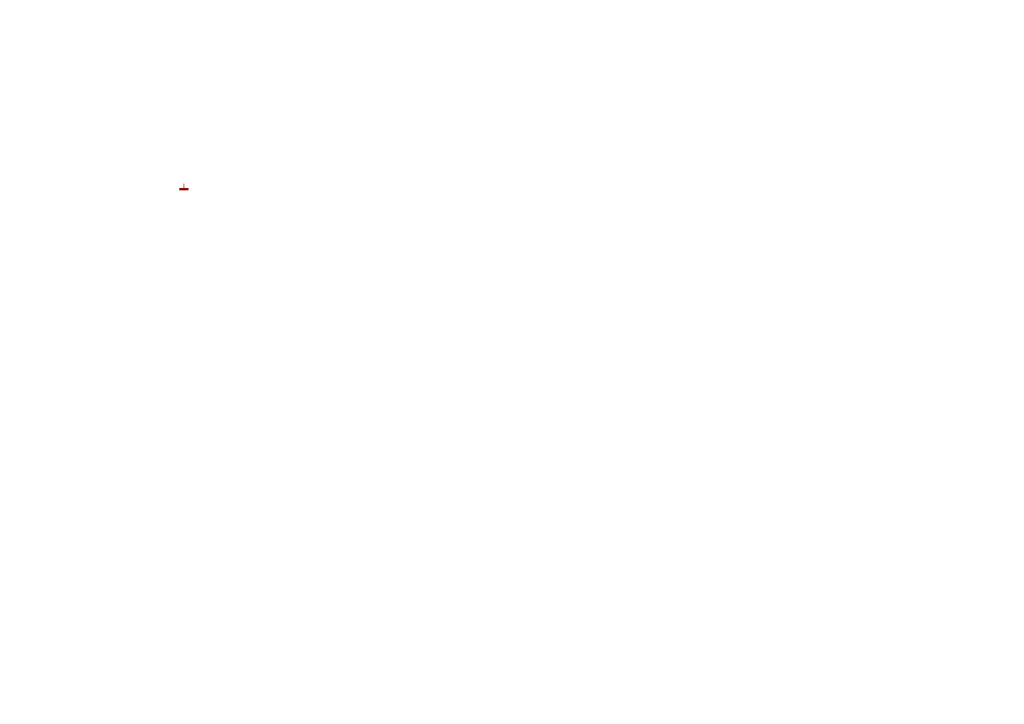
<source format=kicad_sch>
(kicad_sch
	(version 20231120)
	(generator "eeschema")
	(generator_version "8.0")
	(uuid "19e30452-fb7b-427b-b857-48099a322f4b")
	(paper "A4")
	(lib_symbols
		(symbol "lily_symbols:GND"
			(power)
			(pin_numbers hide)
			(pin_names
				(offset 0) hide)
			(exclude_from_sim no)
			(in_bom no)
			(on_board yes)
			(property "Reference" "#PWR"
				(at 0 -10.16 0)
				(effects
					(font
						(size 1.27 1.27)
					)
					(hide yes)
				)
			)
			(property "Value" "GND"
				(at 0 -7.62 0)
				(effects
					(font
						(size 1.27 1.27)
					)
					(hide yes)
				)
			)
			(property "Footprint" ""
				(at 0 0 0)
				(effects
					(font
						(size 1.27 1.27)
					)
					(hide yes)
				)
			)
			(property "Datasheet" ""
				(at 0 0 0)
				(effects
					(font
						(size 1.27 1.27)
					)
					(hide yes)
				)
			)
			(property "Description" ""
				(at 0 0 0)
				(effects
					(font
						(size 1.27 1.27)
					)
					(hide yes)
				)
			)
			(property "Revision" "1"
				(at 0 -5.08 0)
				(effects
					(font
						(size 1.27 1.27)
					)
					(hide yes)
				)
			)
			(symbol "GND_0_1"
				(polyline
					(pts
						(xy 0 0) (xy 0 -1.27)
					)
					(stroke
						(width 0)
						(type default)
					)
					(fill
						(type none)
					)
				)
			)
			(symbol "GND_1_1"
				(rectangle
					(start -1.27 -1.27)
					(end 1.27 -1.778)
					(stroke
						(width 0)
						(type default)
					)
					(fill
						(type outline)
					)
				)
				(pin power_in line
					(at 0 0 270)
					(length 0)
					(name "GND"
						(effects
							(font
								(size 1.27 1.27)
							)
						)
					)
					(number "1"
						(effects
							(font
								(size 1.27 1.27)
							)
						)
					)
				)
			)
		)
	)
	(symbol
		(lib_id "lily_symbols:GND")
		(at 53.34 53.34 0)
		(unit 1)
		(exclude_from_sim no)
		(in_bom no)
		(on_board yes)
		(dnp no)
		(uuid "092c4a5c-06fd-4982-9ab5-045b4c42b3c5")
		(property "Reference" "#PWR01001"
			(at 53.34 63.5 0)
			(effects
				(font
					(size 1.27 1.27)
				)
				(hide yes)
			)
		)
		(property "Value" "GND"
			(at 53.34 60.96 0)
			(effects
				(font
					(size 1.27 1.27)
				)
				(hide yes)
			)
		)
		(property "Footprint" ""
			(at 53.34 53.34 0)
			(effects
				(font
					(size 1.27 1.27)
				)
				(hide yes)
			)
		)
		(property "Datasheet" ""
			(at 53.34 53.34 0)
			(effects
				(font
					(size 1.27 1.27)
				)
				(hide yes)
			)
		)
		(property "Description" ""
			(at 53.34 53.34 0)
			(effects
				(font
					(size 1.27 1.27)
				)
				(hide yes)
			)
		)
		(property "Revision" "1"
			(at 53.34 58.42 0)
			(effects
				(font
					(size 1.27 1.27)
				)
				(hide yes)
			)
		)
		(pin "1"
			(uuid "8d34bcc1-2d3d-4ec1-8697-41ed11a27ad4")
		)
		(instances
			(project "motor_pwm"
				(path "/19e30452-fb7b-427b-b857-48099a322f4b"
					(reference "#PWR01001")
					(unit 1)
				)
			)
		)
	)
	(sheet_instances
		(path "/"
			(page "1")
		)
	)
)
</source>
